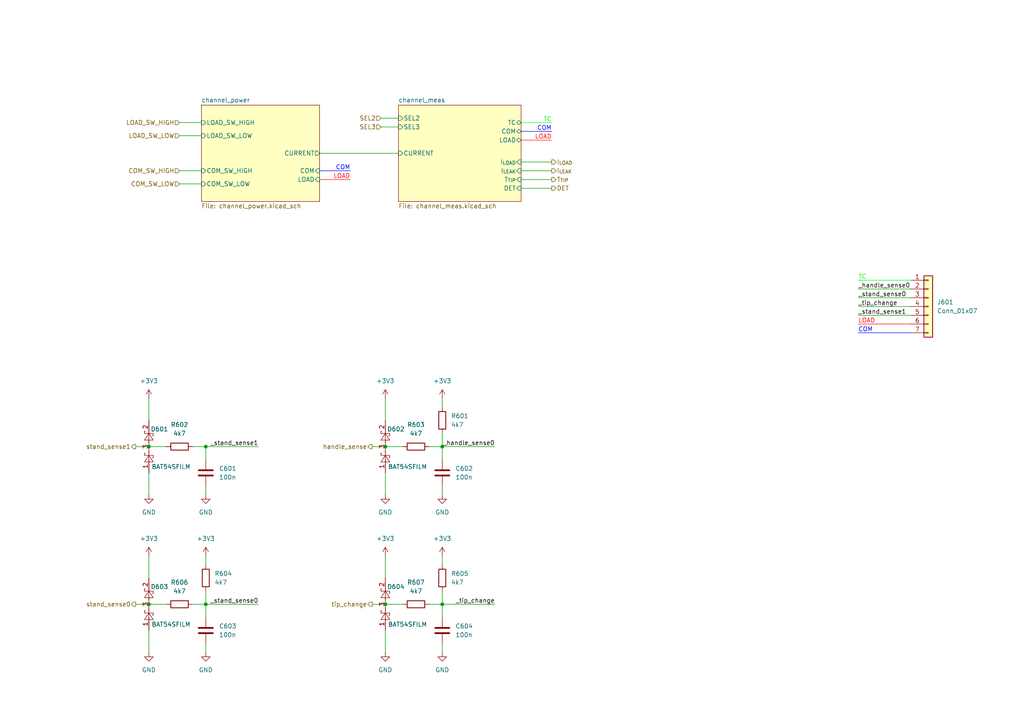
<source format=kicad_sch>
(kicad_sch (version 20231120) (generator "eeschema") (generator_version "8.0")
  (paper "A4")
  (lib_symbols
    (symbol "BAT54SFILM_1"
      (property "Reference" "D" (at 0 5.588 0))
      (property "Value" "BAT54SFILM" (at 0 0 0))
      (property "Mouser" "511-BAT54SFILM" (at 0 0 0))
      (symbol "BAT54SFILM_1_0_1"
        (polyline (pts (xy -3.81 0) (xy -1.27 0)))
        (polyline (pts (xy -3.175 -1.27) (xy -3.175 -1.016)))
        (polyline (pts (xy -2.54 -1.27) (xy -3.175 -1.27)))
        (polyline (pts (xy -2.54 -1.27) (xy -2.54 1.27)))
        (polyline (pts (xy -2.54 1.27) (xy -1.905 1.27)))
        (polyline (pts (xy -1.905 0) (xy 1.905 0)))
        (polyline (pts (xy -1.905 1.27) (xy -1.905 1.016)))
        (polyline (pts (xy 1.27 0) (xy 3.81 0)))
        (polyline (pts (xy 3.175 -1.27) (xy 3.175 -1.016)))
        (polyline (pts (xy 3.81 -1.27) (xy 3.175 -1.27)))
        (polyline (pts (xy 3.81 -1.27) (xy 3.81 1.27)))
        (polyline (pts (xy 3.81 1.27) (xy 4.445 1.27)))
        (polyline (pts (xy 4.445 1.27) (xy 4.445 1.016)))
        (polyline (pts (xy -4.445 1.27) (xy -4.445 -1.27) (xy -2.54 0) (xy -4.445 1.27)))
        (polyline (pts (xy 1.905 1.27) (xy 1.905 -1.27) (xy 3.81 0) (xy 1.905 1.27)))
      )
      (symbol "BAT54SFILM_1_1_1"
        (pin passive line (at -7.62 0 0) (length 3.81) (name "") (number "1"))
        (pin passive line (at 7.62 0 180) (length 3.81) (name "") (number "2"))
        (pin passive line (at 0 0 0) (length 0) (name "") (number "3"))
      )
    )
    (symbol "Connector_Generic:Conn_01x07" (pin_names (offset 1.016) hide)
      (property "Reference" "J" (at 0 10.16 0))
      (property "Value" "Conn_01x07" (at 0 -10.16 0))
      (symbol "Conn_01x07_1_1"
        (rectangle (start -1.27 -7.493) (end 0 -7.747) (stroke (width 0.1524)))
        (rectangle (start -1.27 -4.953) (end 0 -5.207) (stroke (width 0.1524)))
        (rectangle (start -1.27 -2.413) (end 0 -2.667) (stroke (width 0.1524)))
        (rectangle (start -1.27 0.127) (end 0 -0.127) (stroke (width 0.1524)))
        (rectangle (start -1.27 2.667) (end 0 2.413) (stroke (width 0.1524)))
        (rectangle (start -1.27 5.207) (end 0 4.953) (stroke (width 0.1524)))
        (rectangle (start -1.27 7.747) (end 0 7.493) (stroke (width 0.1524)))
        (rectangle (start -1.27 8.89) (end 1.27 -8.89) (stroke (width 0.254)) (fill (type background)))
        (pin passive line (at -5.08 7.62 0) (length 3.81) (name "Pin_1") (number "1"))
        (pin passive line (at -5.08 5.08 0) (length 3.81) (name "Pin_2") (number "2"))
        (pin passive line (at -5.08 2.54 0) (length 3.81) (name "Pin_3") (number "3"))
        (pin passive line (at -5.08 0 0) (length 3.81) (name "Pin_4") (number "4"))
        (pin passive line (at -5.08 -2.54 0) (length 3.81) (name "Pin_5") (number "5"))
        (pin passive line (at -5.08 -5.08 0) (length 3.81) (name "Pin_6") (number "6"))
        (pin passive line (at -5.08 -7.62 0) (length 3.81) (name "Pin_7") (number "7"))
      )
    )
    (symbol "Device:C" (pin_numbers hide) (pin_names (offset 0.254))
      (property "Reference" "C" (at 0.635 2.54 0))
      (property "Value" "C" (at 0.635 -2.54 0))
      (symbol "C_0_1"
        (polyline (pts (xy -2.032 -0.762) (xy 2.032 -0.762)) (stroke (width 0.508)))
        (polyline (pts (xy -2.032 0.762) (xy 2.032 0.762)) (stroke (width 0.508)))
      )
      (symbol "C_1_1"
        (pin passive line (at 0 3.81 270) (length 2.794) (name "~") (number "1"))
        (pin passive line (at 0 -3.81 90) (length 2.794) (name "~") (number "2"))
      )
    )
    (symbol "Device:R" (pin_numbers hide) (pin_names (offset 0))
      (property "Reference" "R" (at 2.032 0 90))
      (property "Value" "R" (at 0 0 90))
      (symbol "R_0_1"
        (rectangle (start -1.016 -2.54) (end 1.016 2.54) (stroke (width 0.254)))
      )
      (symbol "R_1_1"
        (pin passive line (at 0 3.81 270) (length 1.27) (name "~") (number "1"))
        (pin passive line (at 0 -3.81 90) (length 1.27) (name "~") (number "2"))
      )
    )
    (symbol "mylib_diodes:BAT54SFILM"
      (property "Reference" "D" (at 0 5.588 0))
      (property "Value" "BAT54SFILM" (at 0 0 0))
      (property "Mouser" "511-BAT54SFILM" (at 0 0 0))
      (symbol "BAT54SFILM_0_1"
        (polyline (pts (xy -3.81 0) (xy -1.27 0)))
        (polyline (pts (xy -3.175 -1.27) (xy -3.175 -1.016)))
        (polyline (pts (xy -2.54 -1.27) (xy -3.175 -1.27)))
        (polyline (pts (xy -2.54 -1.27) (xy -2.54 1.27)))
        (polyline (pts (xy -2.54 1.27) (xy -1.905 1.27)))
        (polyline (pts (xy -1.905 0) (xy 1.905 0)))
        (polyline (pts (xy -1.905 1.27) (xy -1.905 1.016)))
        (polyline (pts (xy 1.27 0) (xy 3.81 0)))
        (polyline (pts (xy 3.175 -1.27) (xy 3.175 -1.016)))
        (polyline (pts (xy 3.81 -1.27) (xy 3.175 -1.27)))
        (polyline (pts (xy 3.81 -1.27) (xy 3.81 1.27)))
        (polyline (pts (xy 3.81 1.27) (xy 4.445 1.27)))
        (polyline (pts (xy 4.445 1.27) (xy 4.445 1.016)))
        (polyline (pts (xy -4.445 1.27) (xy -4.445 -1.27) (xy -2.54 0) (xy -4.445 1.27)))
        (polyline (pts (xy 1.905 1.27) (xy 1.905 -1.27) (xy 3.81 0) (xy 1.905 1.27)))
      )
      (symbol "BAT54SFILM_1_1"
        (pin passive line (at -7.62 0 0) (length 3.81) (name "") (number "1"))
        (pin passive line (at 7.62 0 180) (length 3.81) (name "") (number "2"))
        (pin passive line (at 0 0 0) (length 0) (name "") (number "3"))
      )
    )
    (symbol "power:+3V3" (power) (pin_numbers hide) (pin_names (offset 0) hide)
      (property "Value" "+3V3" (at 0 3.556 0))
      (symbol "+3V3_0_1"
        (polyline (pts (xy -0.762 1.27) (xy 0 2.54)))
        (polyline (pts (xy 0 0) (xy 0 2.54)))
        (polyline (pts (xy 0 2.54) (xy 0.762 1.27)))
      )
      (symbol "+3V3_1_1"
        (pin power_in line (at 0 0 90) (length 0) (name "~") (number "1"))
      )
    )
    (symbol "power:GND" (power) (pin_numbers hide) (pin_names (offset 0) hide)
      (property "Value" "GND" (at 0 -3.81 0))
      (symbol "GND_0_1"
        (polyline (pts (xy 0 0) (xy 0 -1.27) (xy 1.27 -1.27) (xy 0 -2.54) (xy -1.27 -1.27) (xy 0 -1.27)))
      )
      (symbol "GND_1_1"
        (pin power_in line (at 0 0 270) (length 0) (name "~") (number "1"))
      )
    )
  )
  (junction (at 128.27 129.54))
  (junction (at 111.76 129.54))
  (junction (at 128.27 175.26))
  (junction (at 59.69 129.54))
  (junction (at 43.18 175.26))
  (junction (at 59.69 175.26))
  (junction (at 43.18 129.54))
  (junction (at 111.76 175.26))
  (wire (pts (xy 52.07 35.56) (xy 58.42 35.56)))
  (wire (pts (xy 43.18 137.16) (xy 43.18 143.51)))
  (wire (pts (xy 43.18 129.54) (xy 48.26 129.54)))
  (wire (pts (xy 59.69 140.97) (xy 59.69 143.51)))
  (wire (pts (xy 111.76 129.54) (xy 116.84 129.54)))
  (wire (pts (xy 52.07 39.37) (xy 58.42 39.37)))
  (wire (pts (xy 128.27 161.29) (xy 128.27 163.83)))
  (wire (pts (xy 107.95 129.54) (xy 111.76 129.54)))
  (wire (pts (xy 151.13 38.1) (xy 160.02 38.1)) (stroke (width 0) (color 0 0 255 1)))
  (wire (pts (xy 151.13 54.61) (xy 160.02 54.61)))
  (wire (pts (xy 52.07 49.53) (xy 58.42 49.53)))
  (wire (pts (xy 128.27 175.26) (xy 143.51 175.26)))
  (wire (pts (xy 110.49 36.83) (xy 115.57 36.83)))
  (wire (pts (xy 151.13 49.53) (xy 160.02 49.53)))
  (wire (pts (xy 111.76 115.57) (xy 111.76 121.92)))
  (wire (pts (xy 59.69 129.54) (xy 59.69 133.35)))
  (wire (pts (xy 43.18 175.26) (xy 48.26 175.26)))
  (wire (pts (xy 151.13 40.64) (xy 160.02 40.64)) (stroke (width 0) (color 255 0 0 1)))
  (wire (pts (xy 107.95 175.26) (xy 111.76 175.26)))
  (wire (pts (xy 59.69 175.26) (xy 59.69 179.07)))
  (wire (pts (xy 59.69 129.54) (xy 74.93 129.54)))
  (wire (pts (xy 124.46 175.26) (xy 128.27 175.26)))
  (wire (pts (xy 43.18 115.57) (xy 43.18 121.92)))
  (wire (pts (xy 128.27 186.69) (xy 128.27 189.23)))
  (wire (pts (xy 128.27 129.54) (xy 128.27 133.35)))
  (wire (pts (xy 111.76 175.26) (xy 116.84 175.26)))
  (wire (pts (xy 59.69 186.69) (xy 59.69 189.23)))
  (wire (pts (xy 39.37 175.26) (xy 43.18 175.26)))
  (wire (pts (xy 55.88 129.54) (xy 59.69 129.54)))
  (wire (pts (xy 59.69 175.26) (xy 74.93 175.26)))
  (wire (pts (xy 43.18 182.88) (xy 43.18 189.23)))
  (wire (pts (xy 111.76 161.29) (xy 111.76 167.64)))
  (wire (pts (xy 248.92 93.98) (xy 264.16 93.98)) (stroke (width 0) (color 255 0 0 1)))
  (wire (pts (xy 92.71 44.45) (xy 115.57 44.45)))
  (wire (pts (xy 92.71 52.07) (xy 101.6 52.07)) (stroke (width 0) (color 255 0 0 1)))
  (wire (pts (xy 59.69 175.26) (xy 59.69 171.45)))
  (wire (pts (xy 128.27 140.97) (xy 128.27 143.51)))
  (wire (pts (xy 128.27 129.54) (xy 128.27 125.73)))
  (wire (pts (xy 111.76 182.88) (xy 111.76 189.23)))
  (wire (pts (xy 248.92 86.36) (xy 264.16 86.36)))
  (wire (pts (xy 151.13 52.07) (xy 160.02 52.07)))
  (wire (pts (xy 111.76 137.16) (xy 111.76 143.51)))
  (wire (pts (xy 248.92 91.44) (xy 264.16 91.44)))
  (wire (pts (xy 52.07 53.34) (xy 58.42 53.34)))
  (wire (pts (xy 92.71 49.53) (xy 101.6 49.53)) (stroke (width 0) (color 0 0 255 1)))
  (wire (pts (xy 55.88 175.26) (xy 59.69 175.26)))
  (wire (pts (xy 128.27 175.26) (xy 128.27 179.07)))
  (wire (pts (xy 39.37 129.54) (xy 43.18 129.54)))
  (wire (pts (xy 59.69 161.29) (xy 59.69 163.83)))
  (wire (pts (xy 43.18 161.29) (xy 43.18 167.64)))
  (wire (pts (xy 248.92 81.28) (xy 264.16 81.28)) (stroke (width 0) (color 0 255 0 1)))
  (wire (pts (xy 151.13 46.99) (xy 160.02 46.99)))
  (wire (pts (xy 128.27 129.54) (xy 143.51 129.54)))
  (wire (pts (xy 151.13 35.56) (xy 160.02 35.56)) (stroke (width 0) (color 0 255 0 1)))
  (wire (pts (xy 248.92 96.52) (xy 264.16 96.52)) (stroke (width 0) (color 0 0 255 1)))
  (wire (pts (xy 128.27 175.26) (xy 128.27 171.45)))
  (wire (pts (xy 128.27 115.57) (xy 128.27 118.11)))
  (wire (pts (xy 110.49 34.29) (xy 115.57 34.29)))
  (wire (pts (xy 124.46 129.54) (xy 128.27 129.54)))
  (wire (pts (xy 264.16 83.82) (xy 248.92 83.82)))
  (wire (pts (xy 264.16 88.9) (xy 248.92 88.9)))
  (label "LOAD" (at 160.02 40.64 180))
  (label "LOAD" (at 248.92 93.98 0))
  (label "TC" (at 160.02 35.56 180))
  (label "COM" (at 248.92 96.52 0))
  (label "TC" (at 248.92 81.28 0))
  (label "_tip_change" (at 248.92 88.9 0))
  (label "_stand_sense0" (at 74.93 175.26 180))
  (label "_stand_sense0" (at 248.92 86.36 0))
  (label "_handle_sense0" (at 143.51 129.54 180))
  (label "COM" (at 160.02 38.1 180))
  (label "_stand_sense1" (at 74.93 129.54 180))
  (label "LOAD" (at 101.6 52.07 180))
  (label "_stand_sense1" (at 248.92 91.44 0))
  (label "_handle_sense0" (at 248.92 83.82 0))
  (label "COM" (at 101.6 49.53 180))
  (label "_tip_change" (at 143.51 175.26 180))
  (hierarchical_label "T_{TIP}" (shape output) (at 160.02 52.07 0))
  (hierarchical_label "DET" (shape output) (at 160.02 54.61 0))
  (hierarchical_label "LOAD_SW_LOW" (shape input) (at 52.07 39.37 180))
  (hierarchical_label "LOAD_SW_HIGH" (shape input) (at 52.07 35.56 180))
  (hierarchical_label "stand_sense0" (shape output) (at 39.37 175.26 180))
  (hierarchical_label "tip_change" (shape output) (at 107.95 175.26 180))
  (hierarchical_label "COM_SW_LOW" (shape input) (at 52.07 53.34 180))
  (hierarchical_label "I_{LOAD}" (shape output) (at 160.02 46.99 0))
  (hierarchical_label "handle_sense" (shape output) (at 107.95 129.54 180))
  (hierarchical_label "I_{LEAK}" (shape output) (at 160.02 49.53 0))
  (hierarchical_label "SEL3" (shape input) (at 110.49 36.83 180))
  (hierarchical_label "COM_SW_HIGH" (shape input) (at 52.07 49.53 180))
  (hierarchical_label "stand_sense1" (shape output) (at 39.37 129.54 180))
  (hierarchical_label "SEL2" (shape input) (at 110.49 34.29 180))
  (symbol (lib_id "power:+3V3") (at 43.18 115.57 0) (unit 1)
    (property "Reference" "#PWR0601" (effects (hide yes)))
    (property "Value" "+3V3" (at 43.18 110.49 0))
    (property "Description" "Power symbol creates a global label with name \"+3V3\"" (effects (hide yes)))
  )
  (symbol (lib_id "Device:R") (at 128.27 167.64 0) (unit 1) (exclude_from_sim yes)
    (property "Reference" "R605" (at 130.81 166.3699 0) (effects (justify left)))
    (property "Value" "4k7" (at 130.81 168.9099 0) (effects (justify left)))
    (property "Footprint" "Resistor_SMD:R_0603_1608Metric" (effects (hide yes)))
    (property "Description" "Resistor" (effects (hide yes)))
    (property "Digikey" "311-4.70KHRCT-ND" (effects (hide yes)))
  )
  (symbol (lib_id "Device:R") (at 120.65 175.26 90) (unit 1) (exclude_from_sim yes)
    (property "Reference" "R607" (at 120.65 168.9101 90))
    (property "Value" "4k7" (at 120.65 171.4501 90))
    (property "Footprint" "Resistor_SMD:R_0603_1608Metric" (effects (hide yes)))
    (property "Description" "Resistor" (effects (hide yes)))
    (property "Digikey" "311-4.70KHRCT-ND" (effects (hide yes)))
  )
  (symbol (lib_id "Device:C") (at 128.27 182.88 0) (unit 1) (exclude_from_sim yes)
    (property "Reference" "C604" (at 132.08 181.6099 0) (effects (justify left)))
    (property "Value" "100n" (at 132.08 184.1499 0) (effects (justify left)))
    (property "Footprint" "Capacitor_SMD:C_0603_1608Metric" (effects (hide yes)))
    (property "Description" "Unpolarized capacitor" (effects (hide yes)))
    (property "Digikey" "1276-1000-1-ND" (effects (hide yes)))
  )
  (symbol (lib_name "BAT54SFILM_1") (lib_id "mylib_diodes:BAT54SFILM") (at 43.18 175.26 90) (unit 1) (exclude_from_sim yes)
    (property "Reference" "D603" (at 43.688 170.18 90) (effects (justify right)))
    (property "Value" "BAT54SFILM" (at 43.942 181.102 90) (effects (justify right)))
    (property "Footprint" "Package_TO_SOT_SMD:SOT-23" (effects (hide yes)))
    (property "Digikey" "497-2522-1-ND" (effects (hide yes)))
    (property "Mouser" "511-BAT54SFILM" (effects (hide yes)))
  )
  (symbol (lib_id "Device:R") (at 128.27 121.92 0) (unit 1) (exclude_from_sim yes)
    (property "Reference" "R601" (at 130.81 120.6499 0) (effects (justify left)))
    (property "Value" "4k7" (at 130.81 123.1899 0) (effects (justify left)))
    (property "Footprint" "Resistor_SMD:R_0603_1608Metric" (effects (hide yes)))
    (property "Description" "Resistor" (effects (hide yes)))
    (property "Digikey" "311-4.70KHRCT-ND" (effects (hide yes)))
  )
  (symbol (lib_id "power:GND") (at 59.69 143.51 0) (unit 1)
    (property "Reference" "#PWR0605" (effects (hide yes)))
    (property "Value" "GND" (at 59.69 148.59 0))
    (property "Description" "Power symbol creates a global label with name \"GND\" , ground" (effects (hide yes)))
  )
  (symbol (lib_id "power:+3V3") (at 111.76 115.57 0) (unit 1)
    (property "Reference" "#PWR0602" (effects (hide yes)))
    (property "Value" "+3V3" (at 111.76 110.49 0))
    (property "Description" "Power symbol creates a global label with name \"+3V3\"" (effects (hide yes)))
  )
  (symbol (lib_id "Connector_Generic:Conn_01x07") (at 269.24 88.9 0) (unit 1) (exclude_from_sim yes)
    (property "Reference" "J601" (at 271.78 87.6299 0) (effects (justify left)))
    (property "Value" "Conn_01x07" (at 271.78 90.1699 0) (effects (justify left)))
    (property "Footprint" "Connector_Molex:Molex_Micro-Fit_3.0_43650-0715_1x07_P3.00mm_Vertical" (effects (hide yes)))
    (property "Description" "Generic connector, single row, 01x07, script generated (kicad-library-utils/schlib/autogen/connector/)" (effects (hide yes)))
    (property "Digikey" "WM2405-ND;WM2471-ND" (effects (hide yes)))
  )
  (symbol (lib_id "power:+3V3") (at 128.27 115.57 0) (unit 1)
    (property "Reference" "#PWR0603" (effects (hide yes)))
    (property "Value" "+3V3" (at 128.27 110.49 0))
    (property "Description" "Power symbol creates a global label with name \"+3V3\"" (effects (hide yes)))
  )
  (symbol (lib_id "Device:C") (at 128.27 137.16 0) (unit 1) (exclude_from_sim yes)
    (property "Reference" "C602" (at 132.08 135.8899 0) (effects (justify left)))
    (property "Value" "100n" (at 132.08 138.4299 0) (effects (justify left)))
    (property "Footprint" "Capacitor_SMD:C_0603_1608Metric" (effects (hide yes)))
    (property "Description" "Unpolarized capacitor" (effects (hide yes)))
    (property "Digikey" "1276-1000-1-ND" (effects (hide yes)))
  )
  (symbol (lib_id "Device:C") (at 59.69 137.16 0) (unit 1) (exclude_from_sim yes)
    (property "Reference" "C601" (at 63.5 135.8899 0) (effects (justify left)))
    (property "Value" "100n" (at 63.5 138.4299 0) (effects (justify left)))
    (property "Footprint" "Capacitor_SMD:C_0603_1608Metric" (effects (hide yes)))
    (property "Description" "Unpolarized capacitor" (effects (hide yes)))
    (property "Digikey" "1276-1000-1-ND" (effects (hide yes)))
  )
  (symbol (lib_id "mylib_diodes:BAT54SFILM") (at 111.76 175.26 90) (unit 1) (exclude_from_sim yes)
    (property "Reference" "D604" (at 112.268 170.18 90) (effects (justify right)))
    (property "Value" "BAT54SFILM" (at 112.522 181.102 90) (effects (justify right)))
    (property "Footprint" "Package_TO_SOT_SMD:SOT-23" (effects (hide yes)))
    (property "Digikey" "497-2522-1-ND" (effects (hide yes)))
    (property "Mouser" "511-BAT54SFILM" (effects (hide yes)))
  )
  (symbol (lib_id "power:GND") (at 59.69 189.23 0) (unit 1)
    (property "Reference" "#PWR0613" (effects (hide yes)))
    (property "Value" "GND" (at 59.69 194.31 0))
    (property "Description" "Power symbol creates a global label with name \"GND\" , ground" (effects (hide yes)))
  )
  (symbol (lib_id "power:GND") (at 111.76 143.51 0) (unit 1)
    (property "Reference" "#PWR0606" (effects (hide yes)))
    (property "Value" "GND" (at 111.76 148.59 0))
    (property "Description" "Power symbol creates a global label with name \"GND\" , ground" (effects (hide yes)))
  )
  (symbol (lib_id "Device:C") (at 59.69 182.88 0) (unit 1) (exclude_from_sim yes)
    (property "Reference" "C603" (at 63.5 181.6099 0) (effects (justify left)))
    (property "Value" "100n" (at 63.5 184.1499 0) (effects (justify left)))
    (property "Footprint" "Capacitor_SMD:C_0603_1608Metric" (effects (hide yes)))
    (property "Description" "Unpolarized capacitor" (effects (hide yes)))
    (property "Digikey" "1276-1000-1-ND" (effects (hide yes)))
  )
  (symbol (lib_id "mylib_diodes:BAT54SFILM") (at 111.76 129.54 90) (unit 1) (exclude_from_sim yes)
    (property "Reference" "D602" (at 112.268 124.46 90) (effects (justify right)))
    (property "Value" "BAT54SFILM" (at 112.522 135.382 90) (effects (justify right)))
    (property "Footprint" "Package_TO_SOT_SMD:SOT-23" (effects (hide yes)))
    (property "Digikey" "497-2522-1-ND" (effects (hide yes)))
    (property "Mouser" "511-BAT54SFILM" (effects (hide yes)))
  )
  (symbol (lib_id "power:+3V3") (at 59.69 161.29 0) (unit 1)
    (property "Reference" "#PWR0609" (effects (hide yes)))
    (property "Value" "+3V3" (at 59.69 156.21 0))
    (property "Description" "Power symbol creates a global label with name \"+3V3\"" (effects (hide yes)))
  )
  (symbol (lib_id "Device:R") (at 52.07 175.26 90) (unit 1) (exclude_from_sim yes)
    (property "Reference" "R606" (at 52.07 168.91 90))
    (property "Value" "4k7" (at 52.07 171.45 90))
    (property "Footprint" "Resistor_SMD:R_0603_1608Metric" (effects (hide yes)))
    (property "Description" "Resistor" (effects (hide yes)))
    (property "Digikey" "311-4.70KHRCT-ND" (effects (hide yes)))
  )
  (symbol (lib_id "power:+3V3") (at 43.18 161.29 0) (unit 1)
    (property "Reference" "#PWR0608" (effects (hide yes)))
    (property "Value" "+3V3" (at 43.18 156.21 0))
    (property "Description" "Power symbol creates a global label with name \"+3V3\"" (effects (hide yes)))
  )
  (symbol (lib_id "Device:R") (at 120.65 129.54 90) (unit 1) (exclude_from_sim yes)
    (property "Reference" "R603" (at 120.65 123.19 90))
    (property "Value" "4k7" (at 120.65 125.73 90))
    (property "Footprint" "Resistor_SMD:R_0603_1608Metric" (effects (hide yes)))
    (property "Description" "Resistor" (effects (hide yes)))
    (property "Digikey" "311-4.70KHRCT-ND" (effects (hide yes)))
  )
  (symbol (lib_id "power:+3V3") (at 111.76 161.29 0) (unit 1)
    (property "Reference" "#PWR0610" (effects (hide yes)))
    (property "Value" "+3V3" (at 111.76 156.21 0))
    (property "Description" "Power symbol creates a global label with name \"+3V3\"" (effects (hide yes)))
  )
  (symbol (lib_id "power:GND") (at 43.18 143.51 0) (unit 1)
    (property "Reference" "#PWR0604" (effects (hide yes)))
    (property "Value" "GND" (at 43.18 148.59 0))
    (property "Description" "Power symbol creates a global label with name \"GND\" , ground" (effects (hide yes)))
  )
  (symbol (lib_id "power:+3V3") (at 128.27 161.29 0) (unit 1)
    (property "Reference" "#PWR0611" (effects (hide yes)))
    (property "Value" "+3V3" (at 128.27 156.21 0))
    (property "Description" "Power symbol creates a global label with name \"+3V3\"" (effects (hide yes)))
  )
  (symbol (lib_id "Device:R") (at 52.07 129.54 90) (unit 1) (exclude_from_sim yes)
    (property "Reference" "R602" (at 52.07 123.19 90))
    (property "Value" "4k7" (at 52.07 125.73 90))
    (property "Footprint" "Resistor_SMD:R_0603_1608Metric" (effects (hide yes)))
    (property "Description" "Resistor" (effects (hide yes)))
    (property "Digikey" "311-4.70KHRCT-ND" (effects (hide yes)))
  )
  (symbol (lib_id "power:GND") (at 128.27 143.51 0) (unit 1)
    (property "Reference" "#PWR0607" (effects (hide yes)))
    (property "Value" "GND" (at 128.27 148.59 0))
    (property "Description" "Power symbol creates a global label with name \"GND\" , ground" (effects (hide yes)))
  )
  (symbol (lib_id "mylib_diodes:BAT54SFILM") (at 43.18 129.54 90) (unit 1) (exclude_from_sim yes)
    (property "Reference" "D601" (at 43.688 124.46 90) (effects (justify right)))
    (property "Value" "BAT54SFILM" (at 43.942 135.382 90) (effects (justify right)))
    (property "Footprint" "Package_TO_SOT_SMD:SOT-23" (effects (hide yes)))
    (property "Digikey" "497-2522-1-ND" (effects (hide yes)))
    (property "Mouser" "511-BAT54SFILM" (effects (hide yes)))
  )
  (symbol (lib_id "power:GND") (at 128.27 189.23 0) (unit 1)
    (property "Reference" "#PWR0615" (effects (hide yes)))
    (property "Value" "GND" (at 128.27 194.31 0))
    (property "Description" "Power symbol creates a global label with name \"GND\" , ground" (effects (hide yes)))
  )
  (symbol (lib_id "Device:R") (at 59.69 167.64 0) (unit 1) (exclude_from_sim yes)
    (property "Reference" "R604" (at 62.23 166.3699 0) (effects (justify left)))
    (property "Value" "4k7" (at 62.23 168.9099 0) (effects (justify left)))
    (property "Footprint" "Resistor_SMD:R_0603_1608Metric" (effects (hide yes)))
    (property "Description" "Resistor" (effects (hide yes)))
    (property "Digikey" "311-4.70KHRCT-ND" (effects (hide yes)))
  )
  (symbol (lib_id "power:GND") (at 111.76 189.23 0) (unit 1)
    (property "Reference" "#PWR0614" (effects (hide yes)))
    (property "Value" "GND" (at 111.76 194.31 0))
    (property "Description" "Power symbol creates a global label with name \"GND\" , ground" (effects (hide yes)))
  )
  (symbol (lib_id "power:GND") (at 43.18 189.23 0) (unit 1)
    (property "Reference" "#PWR0612" (effects (hide yes)))
    (property "Value" "GND" (at 43.18 194.31 0))
    (property "Description" "Power symbol creates a global label with name \"GND\" , ground" (effects (hide yes)))
  )
  (sheet (at 115.57 30.48) (size 35.56 27.94) (stroke (width 0.1524)) (fill (color 255 255 194 1.0000))
    (property "Sheetname" "channel_meas" (at 115.57 29.7684 0) (effects (justify left bottom)))
    (property "Sheetfile" "channel_meas.kicad_sch" (at 115.57 59.0046 0) (effects (justify left top)))
    (pin "CURRENT" input (at 115.57 44.45 180))
    (pin "LOAD" bidirectional (at 151.13 40.64 0))
    (pin "COM" bidirectional (at 151.13 38.1 0))
    (pin "TC" bidirectional (at 151.13 35.56 0))
    (pin "DET" input (at 151.13 54.61 0))
    (pin "SEL3" input (at 115.57 36.83 180))
    (pin "SEL2" input (at 115.57 34.29 180))
    (pin "I_{LEAK}" input (at 151.13 49.53 0))
    (pin "I_{LOAD}" input (at 151.13 46.99 0))
    (pin "T_{TIP}" input (at 151.13 52.07 0))
  )
  (sheet (at 58.42 30.48) (size 34.29 27.94) (stroke (width 0.1524)) (fill (color 255 255 194 1.0000))
    (property "Sheetname" "channel_power" (at 58.42 29.7684 0) (effects (justify left bottom)))
    (property "Sheetfile" "channel_power.kicad_sch" (at 58.42 59.0046 0) (effects (justify left top)))
    (pin "CURRENT" output (at 92.71 44.45 0))
    (pin "LOAD_SW_LOW" input (at 58.42 39.37 180))
    (pin "LOAD_SW_HIGH" input (at 58.42 35.56 180))
    (pin "COM_SW_HIGH" input (at 58.42 49.53 180))
    (pin "COM_SW_LOW" input (at 58.42 53.34 180))
    (pin "COM" input (at 92.71 49.53 0))
    (pin "LOAD" input (at 92.71 52.07 0))
  )
)
</source>
